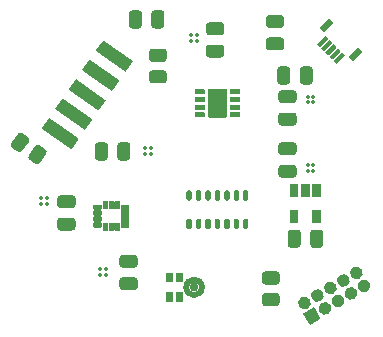
<source format=gbr>
G04 #@! TF.GenerationSoftware,KiCad,Pcbnew,5.1.9-73d0e3b20d~88~ubuntu20.04.1*
G04 #@! TF.CreationDate,2021-03-19T22:30:43+02:00*
G04 #@! TF.ProjectId,nRF5340-Wearable,6e524635-3334-4302-9d57-65617261626c,rev?*
G04 #@! TF.SameCoordinates,Original*
G04 #@! TF.FileFunction,Soldermask,Bot*
G04 #@! TF.FilePolarity,Negative*
%FSLAX46Y46*%
G04 Gerber Fmt 4.6, Leading zero omitted, Abs format (unit mm)*
G04 Created by KiCad (PCBNEW 5.1.9-73d0e3b20d~88~ubuntu20.04.1) date 2021-03-19 22:30:43*
%MOMM*%
%LPD*%
G01*
G04 APERTURE LIST*
%ADD10C,0.500000*%
%ADD11C,0.350000*%
%ADD12C,0.750000*%
G04 APERTURE END LIST*
D10*
X67685500Y-77570000D02*
G75*
G03*
X67685500Y-77570000I-662500J0D01*
G01*
D11*
X62880000Y-65780000D03*
X63380000Y-65780000D03*
X63380000Y-66280000D03*
X62880000Y-66280000D03*
X67230000Y-56230000D03*
X67230000Y-56730000D03*
X66730000Y-56730000D03*
X66730000Y-56230000D03*
X59100000Y-76530000D03*
X59100000Y-76030000D03*
X59600000Y-76030000D03*
X59600000Y-76530000D03*
X54040000Y-70520000D03*
X54040000Y-70020000D03*
X54540000Y-70020000D03*
X54540000Y-70520000D03*
X76630000Y-61420000D03*
X77130000Y-61420000D03*
X77130000Y-61920000D03*
X76630000Y-61920000D03*
X76630000Y-67740000D03*
X76630000Y-67240000D03*
X77130000Y-67240000D03*
X77130000Y-67740000D03*
G36*
G01*
X77434746Y-56938198D02*
X78071142Y-56301802D01*
G75*
G02*
X78141852Y-56301802I35355J-35355D01*
G01*
X78353984Y-56513934D01*
G75*
G02*
X78353984Y-56584644I-35355J-35355D01*
G01*
X77717588Y-57221040D01*
G75*
G02*
X77646878Y-57221040I-35355J35355D01*
G01*
X77434746Y-57008908D01*
G75*
G02*
X77434746Y-56938198I35355J35355D01*
G01*
G37*
G36*
G01*
X77788299Y-57291752D02*
X78424695Y-56655356D01*
G75*
G02*
X78495405Y-56655356I35355J-35355D01*
G01*
X78707537Y-56867488D01*
G75*
G02*
X78707537Y-56938198I-35355J-35355D01*
G01*
X78071141Y-57574594D01*
G75*
G02*
X78000431Y-57574594I-35355J35355D01*
G01*
X77788299Y-57362462D01*
G75*
G02*
X77788299Y-57291752I35355J35355D01*
G01*
G37*
G36*
G01*
X78141853Y-57645305D02*
X78778249Y-57008909D01*
G75*
G02*
X78848959Y-57008909I35355J-35355D01*
G01*
X79061091Y-57221041D01*
G75*
G02*
X79061091Y-57291751I-35355J-35355D01*
G01*
X78424695Y-57928147D01*
G75*
G02*
X78353985Y-57928147I-35355J35355D01*
G01*
X78141853Y-57716015D01*
G75*
G02*
X78141853Y-57645305I35355J35355D01*
G01*
G37*
G36*
G01*
X78495406Y-57998859D02*
X79131802Y-57362463D01*
G75*
G02*
X79202512Y-57362463I35355J-35355D01*
G01*
X79414644Y-57574595D01*
G75*
G02*
X79414644Y-57645305I-35355J-35355D01*
G01*
X78778248Y-58281701D01*
G75*
G02*
X78707538Y-58281701I-35355J35355D01*
G01*
X78495406Y-58069569D01*
G75*
G02*
X78495406Y-57998859I35355J35355D01*
G01*
G37*
G36*
G01*
X78848960Y-58352412D02*
X79485356Y-57716016D01*
G75*
G02*
X79556066Y-57716016I35355J-35355D01*
G01*
X79768198Y-57928148D01*
G75*
G02*
X79768198Y-57998858I-35355J-35355D01*
G01*
X79131802Y-58635254D01*
G75*
G02*
X79061092Y-58635254I-35355J35355D01*
G01*
X78848960Y-58423122D01*
G75*
G02*
X78848960Y-58352412I35355J35355D01*
G01*
G37*
G36*
G01*
X77646878Y-55523985D02*
X78353985Y-54816878D01*
G75*
G02*
X78424695Y-54816878I35355J-35355D01*
G01*
X78792390Y-55184573D01*
G75*
G02*
X78792390Y-55255283I-35355J-35355D01*
G01*
X78085283Y-55962390D01*
G75*
G02*
X78014573Y-55962390I-35355J35355D01*
G01*
X77646878Y-55594695D01*
G75*
G02*
X77646878Y-55523985I35355J35355D01*
G01*
G37*
G36*
G01*
X80107610Y-57984717D02*
X80814717Y-57277610D01*
G75*
G02*
X80885427Y-57277610I35355J-35355D01*
G01*
X81253122Y-57645305D01*
G75*
G02*
X81253122Y-57716015I-35355J-35355D01*
G01*
X80546015Y-58423122D01*
G75*
G02*
X80475305Y-58423122I-35355J35355D01*
G01*
X80107610Y-58055427D01*
G75*
G02*
X80107610Y-57984717I35355J35355D01*
G01*
G37*
G36*
G01*
X75970000Y-60140000D02*
X75970000Y-59140000D01*
G75*
G02*
X76245000Y-58865000I275000J0D01*
G01*
X76795000Y-58865000D01*
G75*
G02*
X77070000Y-59140000I0J-275000D01*
G01*
X77070000Y-60140000D01*
G75*
G02*
X76795000Y-60415000I-275000J0D01*
G01*
X76245000Y-60415000D01*
G75*
G02*
X75970000Y-60140000I0J275000D01*
G01*
G37*
G36*
G01*
X74070000Y-60140000D02*
X74070000Y-59140000D01*
G75*
G02*
X74345000Y-58865000I275000J0D01*
G01*
X74895000Y-58865000D01*
G75*
G02*
X75170000Y-59140000I0J-275000D01*
G01*
X75170000Y-60140000D01*
G75*
G02*
X74895000Y-60415000I-275000J0D01*
G01*
X74345000Y-60415000D01*
G75*
G02*
X74070000Y-60140000I0J275000D01*
G01*
G37*
G36*
G01*
X73370000Y-56420000D02*
X74370000Y-56420000D01*
G75*
G02*
X74645000Y-56695000I0J-275000D01*
G01*
X74645000Y-57245000D01*
G75*
G02*
X74370000Y-57520000I-275000J0D01*
G01*
X73370000Y-57520000D01*
G75*
G02*
X73095000Y-57245000I0J275000D01*
G01*
X73095000Y-56695000D01*
G75*
G02*
X73370000Y-56420000I275000J0D01*
G01*
G37*
G36*
G01*
X73370000Y-54520000D02*
X74370000Y-54520000D01*
G75*
G02*
X74645000Y-54795000I0J-275000D01*
G01*
X74645000Y-55345000D01*
G75*
G02*
X74370000Y-55620000I-275000J0D01*
G01*
X73370000Y-55620000D01*
G75*
G02*
X73095000Y-55345000I0J275000D01*
G01*
X73095000Y-54795000D01*
G75*
G02*
X73370000Y-54520000I275000J0D01*
G01*
G37*
G36*
G01*
X63410000Y-55390000D02*
X63410000Y-54390000D01*
G75*
G02*
X63685000Y-54115000I275000J0D01*
G01*
X64235000Y-54115000D01*
G75*
G02*
X64510000Y-54390000I0J-275000D01*
G01*
X64510000Y-55390000D01*
G75*
G02*
X64235000Y-55665000I-275000J0D01*
G01*
X63685000Y-55665000D01*
G75*
G02*
X63410000Y-55390000I0J275000D01*
G01*
G37*
G36*
G01*
X61510000Y-55390000D02*
X61510000Y-54390000D01*
G75*
G02*
X61785000Y-54115000I275000J0D01*
G01*
X62335000Y-54115000D01*
G75*
G02*
X62610000Y-54390000I0J-275000D01*
G01*
X62610000Y-55390000D01*
G75*
G02*
X62335000Y-55665000I-275000J0D01*
G01*
X61785000Y-55665000D01*
G75*
G02*
X61510000Y-55390000I0J275000D01*
G01*
G37*
G36*
G01*
X57569941Y-59158060D02*
X58143517Y-58338908D01*
G75*
G02*
X58213154Y-58326629I40958J-28679D01*
G01*
X60670610Y-60047359D01*
G75*
G02*
X60682889Y-60116996I-28679J-40958D01*
G01*
X60109313Y-60936148D01*
G75*
G02*
X60039676Y-60948427I-40958J28679D01*
G01*
X57582220Y-59227697D01*
G75*
G02*
X57569941Y-59158060I28679J40958D01*
G01*
G37*
G36*
G01*
X55275635Y-62434668D02*
X55849211Y-61615516D01*
G75*
G02*
X55918848Y-61603237I40958J-28679D01*
G01*
X58376304Y-63323967D01*
G75*
G02*
X58388583Y-63393604I-28679J-40958D01*
G01*
X57815007Y-64212756D01*
G75*
G02*
X57745370Y-64225035I-40958J28679D01*
G01*
X55287914Y-62504305D01*
G75*
G02*
X55275635Y-62434668I28679J40958D01*
G01*
G37*
G36*
G01*
X58717093Y-57519756D02*
X59290669Y-56700604D01*
G75*
G02*
X59360306Y-56688325I40958J-28679D01*
G01*
X61817762Y-58409055D01*
G75*
G02*
X61830041Y-58478692I-28679J-40958D01*
G01*
X61256465Y-59297844D01*
G75*
G02*
X61186828Y-59310123I-40958J28679D01*
G01*
X58729372Y-57589393D01*
G75*
G02*
X58717093Y-57519756I28679J40958D01*
G01*
G37*
G36*
G01*
X56422788Y-60796364D02*
X56996364Y-59977212D01*
G75*
G02*
X57066001Y-59964933I40958J-28679D01*
G01*
X59523457Y-61685663D01*
G75*
G02*
X59535736Y-61755300I-28679J-40958D01*
G01*
X58962160Y-62574452D01*
G75*
G02*
X58892523Y-62586731I-40958J28679D01*
G01*
X56435067Y-60866001D01*
G75*
G02*
X56422788Y-60796364I28679J40958D01*
G01*
G37*
G36*
G01*
X54128482Y-64072972D02*
X54702058Y-63253820D01*
G75*
G02*
X54771695Y-63241541I40958J-28679D01*
G01*
X57229151Y-64962271D01*
G75*
G02*
X57241430Y-65031908I-28679J-40958D01*
G01*
X56667854Y-65851060D01*
G75*
G02*
X56598217Y-65863339I-40958J28679D01*
G01*
X54140761Y-64142609D01*
G75*
G02*
X54128482Y-64072972I28679J40958D01*
G01*
G37*
G36*
G01*
X73995612Y-77350000D02*
X73044388Y-77350000D01*
G75*
G02*
X72770000Y-77075612I0J274388D01*
G01*
X72770000Y-76499388D01*
G75*
G02*
X73044388Y-76225000I274388J0D01*
G01*
X73995612Y-76225000D01*
G75*
G02*
X74270000Y-76499388I0J-274388D01*
G01*
X74270000Y-77075612D01*
G75*
G02*
X73995612Y-77350000I-274388J0D01*
G01*
G37*
G36*
G01*
X73995612Y-79175000D02*
X73044388Y-79175000D01*
G75*
G02*
X72770000Y-78900612I0J274388D01*
G01*
X72770000Y-78324388D01*
G75*
G02*
X73044388Y-78050000I274388J0D01*
G01*
X73995612Y-78050000D01*
G75*
G02*
X74270000Y-78324388I0J-274388D01*
G01*
X74270000Y-78900612D01*
G75*
G02*
X73995612Y-79175000I-274388J0D01*
G01*
G37*
G36*
G01*
X60530000Y-66570000D02*
X60530000Y-65570000D01*
G75*
G02*
X60805000Y-65295000I275000J0D01*
G01*
X61355000Y-65295000D01*
G75*
G02*
X61630000Y-65570000I0J-275000D01*
G01*
X61630000Y-66570000D01*
G75*
G02*
X61355000Y-66845000I-275000J0D01*
G01*
X60805000Y-66845000D01*
G75*
G02*
X60530000Y-66570000I0J275000D01*
G01*
G37*
G36*
G01*
X58630000Y-66570000D02*
X58630000Y-65570000D01*
G75*
G02*
X58905000Y-65295000I275000J0D01*
G01*
X59455000Y-65295000D01*
G75*
G02*
X59730000Y-65570000I0J-275000D01*
G01*
X59730000Y-66570000D01*
G75*
G02*
X59455000Y-66845000I-275000J0D01*
G01*
X58905000Y-66845000D01*
G75*
G02*
X58630000Y-66570000I0J275000D01*
G01*
G37*
G36*
G01*
X63484388Y-59190000D02*
X64435612Y-59190000D01*
G75*
G02*
X64710000Y-59464388I0J-274388D01*
G01*
X64710000Y-60040612D01*
G75*
G02*
X64435612Y-60315000I-274388J0D01*
G01*
X63484388Y-60315000D01*
G75*
G02*
X63210000Y-60040612I0J274388D01*
G01*
X63210000Y-59464388D01*
G75*
G02*
X63484388Y-59190000I274388J0D01*
G01*
G37*
G36*
G01*
X63484388Y-57365000D02*
X64435612Y-57365000D01*
G75*
G02*
X64710000Y-57639388I0J-274388D01*
G01*
X64710000Y-58215612D01*
G75*
G02*
X64435612Y-58490000I-274388J0D01*
G01*
X63484388Y-58490000D01*
G75*
G02*
X63210000Y-58215612I0J274388D01*
G01*
X63210000Y-57639388D01*
G75*
G02*
X63484388Y-57365000I274388J0D01*
G01*
G37*
G36*
G01*
X53006096Y-65229650D02*
X52460497Y-66008847D01*
G75*
G02*
X52078350Y-66076230I-224765J157382D01*
G01*
X51606335Y-65745721D01*
G75*
G02*
X51538952Y-65363574I157382J224765D01*
G01*
X52084551Y-64584377D01*
G75*
G02*
X52466698Y-64516994I224765J-157382D01*
G01*
X52938713Y-64847503D01*
G75*
G02*
X53006096Y-65229650I-157382J-224765D01*
G01*
G37*
G36*
G01*
X54501048Y-66276426D02*
X53955449Y-67055623D01*
G75*
G02*
X53573302Y-67123006I-224765J157382D01*
G01*
X53101287Y-66792497D01*
G75*
G02*
X53033904Y-66410350I157382J224765D01*
G01*
X53579503Y-65631153D01*
G75*
G02*
X53961650Y-65563770I224765J-157382D01*
G01*
X54433665Y-65894279D01*
G75*
G02*
X54501048Y-66276426I-157382J-224765D01*
G01*
G37*
G36*
G01*
X60735000Y-72145000D02*
X60735000Y-72755000D01*
G75*
G02*
X60685000Y-72805000I-50000J0D01*
G01*
X60335000Y-72805000D01*
G75*
G02*
X60285000Y-72755000I0J50000D01*
G01*
X60285000Y-72145000D01*
G75*
G02*
X60335000Y-72095000I50000J0D01*
G01*
X60685000Y-72095000D01*
G75*
G02*
X60735000Y-72145000I0J-50000D01*
G01*
G37*
G36*
G01*
X60235000Y-72145000D02*
X60235000Y-72755000D01*
G75*
G02*
X60185000Y-72805000I-50000J0D01*
G01*
X59835000Y-72805000D01*
G75*
G02*
X59785000Y-72755000I0J50000D01*
G01*
X59785000Y-72145000D01*
G75*
G02*
X59835000Y-72095000I50000J0D01*
G01*
X60185000Y-72095000D01*
G75*
G02*
X60235000Y-72145000I0J-50000D01*
G01*
G37*
G36*
G01*
X59735000Y-72145000D02*
X59735000Y-72755000D01*
G75*
G02*
X59685000Y-72805000I-50000J0D01*
G01*
X59335000Y-72805000D01*
G75*
G02*
X59285000Y-72755000I0J50000D01*
G01*
X59285000Y-72145000D01*
G75*
G02*
X59335000Y-72095000I50000J0D01*
G01*
X59685000Y-72095000D01*
G75*
G02*
X59735000Y-72145000I0J-50000D01*
G01*
G37*
G36*
G01*
X59205000Y-72115000D02*
X59205000Y-72465000D01*
G75*
G02*
X59155000Y-72515000I-50000J0D01*
G01*
X58545000Y-72515000D01*
G75*
G02*
X58495000Y-72465000I0J50000D01*
G01*
X58495000Y-72115000D01*
G75*
G02*
X58545000Y-72065000I50000J0D01*
G01*
X59155000Y-72065000D01*
G75*
G02*
X59205000Y-72115000I0J-50000D01*
G01*
G37*
G36*
G01*
X59205000Y-71615000D02*
X59205000Y-71965000D01*
G75*
G02*
X59155000Y-72015000I-50000J0D01*
G01*
X58545000Y-72015000D01*
G75*
G02*
X58495000Y-71965000I0J50000D01*
G01*
X58495000Y-71615000D01*
G75*
G02*
X58545000Y-71565000I50000J0D01*
G01*
X59155000Y-71565000D01*
G75*
G02*
X59205000Y-71615000I0J-50000D01*
G01*
G37*
G36*
G01*
X59205000Y-71115000D02*
X59205000Y-71465000D01*
G75*
G02*
X59155000Y-71515000I-50000J0D01*
G01*
X58545000Y-71515000D01*
G75*
G02*
X58495000Y-71465000I0J50000D01*
G01*
X58495000Y-71115000D01*
G75*
G02*
X58545000Y-71065000I50000J0D01*
G01*
X59155000Y-71065000D01*
G75*
G02*
X59205000Y-71115000I0J-50000D01*
G01*
G37*
G36*
G01*
X59205000Y-70615000D02*
X59205000Y-70965000D01*
G75*
G02*
X59155000Y-71015000I-50000J0D01*
G01*
X58545000Y-71015000D01*
G75*
G02*
X58495000Y-70965000I0J50000D01*
G01*
X58495000Y-70615000D01*
G75*
G02*
X58545000Y-70565000I50000J0D01*
G01*
X59155000Y-70565000D01*
G75*
G02*
X59205000Y-70615000I0J-50000D01*
G01*
G37*
G36*
G01*
X59735000Y-70325000D02*
X59735000Y-70935000D01*
G75*
G02*
X59685000Y-70985000I-50000J0D01*
G01*
X59335000Y-70985000D01*
G75*
G02*
X59285000Y-70935000I0J50000D01*
G01*
X59285000Y-70325000D01*
G75*
G02*
X59335000Y-70275000I50000J0D01*
G01*
X59685000Y-70275000D01*
G75*
G02*
X59735000Y-70325000I0J-50000D01*
G01*
G37*
G36*
G01*
X60235000Y-70325000D02*
X60235000Y-70935000D01*
G75*
G02*
X60185000Y-70985000I-50000J0D01*
G01*
X59835000Y-70985000D01*
G75*
G02*
X59785000Y-70935000I0J50000D01*
G01*
X59785000Y-70325000D01*
G75*
G02*
X59835000Y-70275000I50000J0D01*
G01*
X60185000Y-70275000D01*
G75*
G02*
X60235000Y-70325000I0J-50000D01*
G01*
G37*
G36*
G01*
X60735000Y-70325000D02*
X60735000Y-70935000D01*
G75*
G02*
X60685000Y-70985000I-50000J0D01*
G01*
X60335000Y-70985000D01*
G75*
G02*
X60285000Y-70935000I0J50000D01*
G01*
X60285000Y-70325000D01*
G75*
G02*
X60335000Y-70275000I50000J0D01*
G01*
X60685000Y-70275000D01*
G75*
G02*
X60735000Y-70325000I0J-50000D01*
G01*
G37*
G36*
G01*
X61525000Y-70615000D02*
X61525000Y-70965000D01*
G75*
G02*
X61475000Y-71015000I-50000J0D01*
G01*
X60865000Y-71015000D01*
G75*
G02*
X60815000Y-70965000I0J50000D01*
G01*
X60815000Y-70615000D01*
G75*
G02*
X60865000Y-70565000I50000J0D01*
G01*
X61475000Y-70565000D01*
G75*
G02*
X61525000Y-70615000I0J-50000D01*
G01*
G37*
G36*
G01*
X61525000Y-71115000D02*
X61525000Y-71465000D01*
G75*
G02*
X61475000Y-71515000I-50000J0D01*
G01*
X60865000Y-71515000D01*
G75*
G02*
X60815000Y-71465000I0J50000D01*
G01*
X60815000Y-71115000D01*
G75*
G02*
X60865000Y-71065000I50000J0D01*
G01*
X61475000Y-71065000D01*
G75*
G02*
X61525000Y-71115000I0J-50000D01*
G01*
G37*
G36*
G01*
X61525000Y-71615000D02*
X61525000Y-71965000D01*
G75*
G02*
X61475000Y-72015000I-50000J0D01*
G01*
X60865000Y-72015000D01*
G75*
G02*
X60815000Y-71965000I0J50000D01*
G01*
X60815000Y-71615000D01*
G75*
G02*
X60865000Y-71565000I50000J0D01*
G01*
X61475000Y-71565000D01*
G75*
G02*
X61525000Y-71615000I0J-50000D01*
G01*
G37*
G36*
G01*
X61525000Y-72115000D02*
X61525000Y-72465000D01*
G75*
G02*
X61475000Y-72515000I-50000J0D01*
G01*
X60865000Y-72515000D01*
G75*
G02*
X60815000Y-72465000I0J50000D01*
G01*
X60815000Y-72115000D01*
G75*
G02*
X60865000Y-72065000I50000J0D01*
G01*
X61475000Y-72065000D01*
G75*
G02*
X61525000Y-72115000I0J-50000D01*
G01*
G37*
G36*
G01*
X64688000Y-76320000D02*
X65210000Y-76320000D01*
G75*
G02*
X65260000Y-76370000I0J-50000D01*
G01*
X65260000Y-77095000D01*
G75*
G02*
X65210000Y-77145000I-50000J0D01*
G01*
X64688000Y-77145000D01*
G75*
G02*
X64638000Y-77095000I0J50000D01*
G01*
X64638000Y-76370000D01*
G75*
G02*
X64688000Y-76320000I50000J0D01*
G01*
G37*
G36*
G01*
X65510000Y-76320000D02*
X66032000Y-76320000D01*
G75*
G02*
X66082000Y-76370000I0J-50000D01*
G01*
X66082000Y-77095000D01*
G75*
G02*
X66032000Y-77145000I-50000J0D01*
G01*
X65510000Y-77145000D01*
G75*
G02*
X65460000Y-77095000I0J50000D01*
G01*
X65460000Y-76370000D01*
G75*
G02*
X65510000Y-76320000I50000J0D01*
G01*
G37*
G36*
G01*
X65510000Y-77995000D02*
X66032000Y-77995000D01*
G75*
G02*
X66082000Y-78045000I0J-50000D01*
G01*
X66082000Y-78770000D01*
G75*
G02*
X66032000Y-78820000I-50000J0D01*
G01*
X65510000Y-78820000D01*
G75*
G02*
X65460000Y-78770000I0J50000D01*
G01*
X65460000Y-78045000D01*
G75*
G02*
X65510000Y-77995000I50000J0D01*
G01*
G37*
G36*
G01*
X64688000Y-77995000D02*
X65210000Y-77995000D01*
G75*
G02*
X65260000Y-78045000I0J-50000D01*
G01*
X65260000Y-78770000D01*
G75*
G02*
X65210000Y-78820000I-50000J0D01*
G01*
X64688000Y-78820000D01*
G75*
G02*
X64638000Y-78770000I0J50000D01*
G01*
X64638000Y-78045000D01*
G75*
G02*
X64688000Y-77995000I50000J0D01*
G01*
G37*
D12*
X67023000Y-77570000D03*
G36*
G01*
X68300000Y-57030000D02*
X69300000Y-57030000D01*
G75*
G02*
X69575000Y-57305000I0J-275000D01*
G01*
X69575000Y-57855000D01*
G75*
G02*
X69300000Y-58130000I-275000J0D01*
G01*
X68300000Y-58130000D01*
G75*
G02*
X68025000Y-57855000I0J275000D01*
G01*
X68025000Y-57305000D01*
G75*
G02*
X68300000Y-57030000I275000J0D01*
G01*
G37*
G36*
G01*
X68300000Y-55130000D02*
X69300000Y-55130000D01*
G75*
G02*
X69575000Y-55405000I0J-275000D01*
G01*
X69575000Y-55955000D01*
G75*
G02*
X69300000Y-56230000I-275000J0D01*
G01*
X68300000Y-56230000D01*
G75*
G02*
X68025000Y-55955000I0J275000D01*
G01*
X68025000Y-55405000D01*
G75*
G02*
X68300000Y-55130000I275000J0D01*
G01*
G37*
G36*
G01*
X76850000Y-73960000D02*
X76850000Y-72960000D01*
G75*
G02*
X77125000Y-72685000I275000J0D01*
G01*
X77675000Y-72685000D01*
G75*
G02*
X77950000Y-72960000I0J-275000D01*
G01*
X77950000Y-73960000D01*
G75*
G02*
X77675000Y-74235000I-275000J0D01*
G01*
X77125000Y-74235000D01*
G75*
G02*
X76850000Y-73960000I0J275000D01*
G01*
G37*
G36*
G01*
X74950000Y-73960000D02*
X74950000Y-72960000D01*
G75*
G02*
X75225000Y-72685000I275000J0D01*
G01*
X75775000Y-72685000D01*
G75*
G02*
X76050000Y-72960000I0J-275000D01*
G01*
X76050000Y-73960000D01*
G75*
G02*
X75775000Y-74235000I-275000J0D01*
G01*
X75225000Y-74235000D01*
G75*
G02*
X74950000Y-73960000I0J275000D01*
G01*
G37*
G36*
G01*
X61976000Y-75924000D02*
X60976000Y-75924000D01*
G75*
G02*
X60701000Y-75649000I0J275000D01*
G01*
X60701000Y-75099000D01*
G75*
G02*
X60976000Y-74824000I275000J0D01*
G01*
X61976000Y-74824000D01*
G75*
G02*
X62251000Y-75099000I0J-275000D01*
G01*
X62251000Y-75649000D01*
G75*
G02*
X61976000Y-75924000I-275000J0D01*
G01*
G37*
G36*
G01*
X61976000Y-77824000D02*
X60976000Y-77824000D01*
G75*
G02*
X60701000Y-77549000I0J275000D01*
G01*
X60701000Y-76999000D01*
G75*
G02*
X60976000Y-76724000I275000J0D01*
G01*
X61976000Y-76724000D01*
G75*
G02*
X62251000Y-76999000I0J-275000D01*
G01*
X62251000Y-77549000D01*
G75*
G02*
X61976000Y-77824000I-275000J0D01*
G01*
G37*
G36*
G01*
X55710000Y-71670000D02*
X56710000Y-71670000D01*
G75*
G02*
X56985000Y-71945000I0J-275000D01*
G01*
X56985000Y-72495000D01*
G75*
G02*
X56710000Y-72770000I-275000J0D01*
G01*
X55710000Y-72770000D01*
G75*
G02*
X55435000Y-72495000I0J275000D01*
G01*
X55435000Y-71945000D01*
G75*
G02*
X55710000Y-71670000I275000J0D01*
G01*
G37*
G36*
G01*
X55710000Y-69770000D02*
X56710000Y-69770000D01*
G75*
G02*
X56985000Y-70045000I0J-275000D01*
G01*
X56985000Y-70595000D01*
G75*
G02*
X56710000Y-70870000I-275000J0D01*
G01*
X55710000Y-70870000D01*
G75*
G02*
X55435000Y-70595000I0J275000D01*
G01*
X55435000Y-70045000D01*
G75*
G02*
X55710000Y-69770000I275000J0D01*
G01*
G37*
G36*
G01*
X74430000Y-62780000D02*
X75430000Y-62780000D01*
G75*
G02*
X75705000Y-63055000I0J-275000D01*
G01*
X75705000Y-63605000D01*
G75*
G02*
X75430000Y-63880000I-275000J0D01*
G01*
X74430000Y-63880000D01*
G75*
G02*
X74155000Y-63605000I0J275000D01*
G01*
X74155000Y-63055000D01*
G75*
G02*
X74430000Y-62780000I275000J0D01*
G01*
G37*
G36*
G01*
X74430000Y-60880000D02*
X75430000Y-60880000D01*
G75*
G02*
X75705000Y-61155000I0J-275000D01*
G01*
X75705000Y-61705000D01*
G75*
G02*
X75430000Y-61980000I-275000J0D01*
G01*
X74430000Y-61980000D01*
G75*
G02*
X74155000Y-61705000I0J275000D01*
G01*
X74155000Y-61155000D01*
G75*
G02*
X74430000Y-60880000I275000J0D01*
G01*
G37*
G36*
G01*
X75430000Y-66400000D02*
X74430000Y-66400000D01*
G75*
G02*
X74155000Y-66125000I0J275000D01*
G01*
X74155000Y-65575000D01*
G75*
G02*
X74430000Y-65300000I275000J0D01*
G01*
X75430000Y-65300000D01*
G75*
G02*
X75705000Y-65575000I0J-275000D01*
G01*
X75705000Y-66125000D01*
G75*
G02*
X75430000Y-66400000I-275000J0D01*
G01*
G37*
G36*
G01*
X75430000Y-68300000D02*
X74430000Y-68300000D01*
G75*
G02*
X74155000Y-68025000I0J275000D01*
G01*
X74155000Y-67475000D01*
G75*
G02*
X74430000Y-67200000I275000J0D01*
G01*
X75430000Y-67200000D01*
G75*
G02*
X75705000Y-67475000I0J-275000D01*
G01*
X75705000Y-68025000D01*
G75*
G02*
X75430000Y-68300000I-275000J0D01*
G01*
G37*
G36*
G01*
X75155000Y-71000000D02*
X75805000Y-71000000D01*
G75*
G02*
X75855000Y-71050000I0J-50000D01*
G01*
X75855000Y-72110000D01*
G75*
G02*
X75805000Y-72160000I-50000J0D01*
G01*
X75155000Y-72160000D01*
G75*
G02*
X75105000Y-72110000I0J50000D01*
G01*
X75105000Y-71050000D01*
G75*
G02*
X75155000Y-71000000I50000J0D01*
G01*
G37*
G36*
G01*
X77055000Y-71000000D02*
X77705000Y-71000000D01*
G75*
G02*
X77755000Y-71050000I0J-50000D01*
G01*
X77755000Y-72110000D01*
G75*
G02*
X77705000Y-72160000I-50000J0D01*
G01*
X77055000Y-72160000D01*
G75*
G02*
X77005000Y-72110000I0J50000D01*
G01*
X77005000Y-71050000D01*
G75*
G02*
X77055000Y-71000000I50000J0D01*
G01*
G37*
G36*
G01*
X77055000Y-68800000D02*
X77705000Y-68800000D01*
G75*
G02*
X77755000Y-68850000I0J-50000D01*
G01*
X77755000Y-69910000D01*
G75*
G02*
X77705000Y-69960000I-50000J0D01*
G01*
X77055000Y-69960000D01*
G75*
G02*
X77005000Y-69910000I0J50000D01*
G01*
X77005000Y-68850000D01*
G75*
G02*
X77055000Y-68800000I50000J0D01*
G01*
G37*
G36*
G01*
X76105000Y-68800000D02*
X76755000Y-68800000D01*
G75*
G02*
X76805000Y-68850000I0J-50000D01*
G01*
X76805000Y-69910000D01*
G75*
G02*
X76755000Y-69960000I-50000J0D01*
G01*
X76105000Y-69960000D01*
G75*
G02*
X76055000Y-69910000I0J50000D01*
G01*
X76055000Y-68850000D01*
G75*
G02*
X76105000Y-68800000I50000J0D01*
G01*
G37*
G36*
G01*
X75155000Y-68800000D02*
X75805000Y-68800000D01*
G75*
G02*
X75855000Y-68850000I0J-50000D01*
G01*
X75855000Y-69910000D01*
G75*
G02*
X75805000Y-69960000I-50000J0D01*
G01*
X75155000Y-69960000D01*
G75*
G02*
X75105000Y-69910000I0J50000D01*
G01*
X75105000Y-68850000D01*
G75*
G02*
X75155000Y-68800000I50000J0D01*
G01*
G37*
G36*
G01*
X67085000Y-63135000D02*
X67085000Y-62815000D01*
G75*
G02*
X67135000Y-62765000I50000J0D01*
G01*
X67895000Y-62765000D01*
G75*
G02*
X67945000Y-62815000I0J-50000D01*
G01*
X67945000Y-63135000D01*
G75*
G02*
X67895000Y-63185000I-50000J0D01*
G01*
X67135000Y-63185000D01*
G75*
G02*
X67085000Y-63135000I0J50000D01*
G01*
G37*
G36*
G01*
X67085000Y-62485000D02*
X67085000Y-62165000D01*
G75*
G02*
X67135000Y-62115000I50000J0D01*
G01*
X67895000Y-62115000D01*
G75*
G02*
X67945000Y-62165000I0J-50000D01*
G01*
X67945000Y-62485000D01*
G75*
G02*
X67895000Y-62535000I-50000J0D01*
G01*
X67135000Y-62535000D01*
G75*
G02*
X67085000Y-62485000I0J50000D01*
G01*
G37*
G36*
G01*
X67085000Y-61835000D02*
X67085000Y-61515000D01*
G75*
G02*
X67135000Y-61465000I50000J0D01*
G01*
X67895000Y-61465000D01*
G75*
G02*
X67945000Y-61515000I0J-50000D01*
G01*
X67945000Y-61835000D01*
G75*
G02*
X67895000Y-61885000I-50000J0D01*
G01*
X67135000Y-61885000D01*
G75*
G02*
X67085000Y-61835000I0J50000D01*
G01*
G37*
G36*
G01*
X67085000Y-61185000D02*
X67085000Y-60865000D01*
G75*
G02*
X67135000Y-60815000I50000J0D01*
G01*
X67895000Y-60815000D01*
G75*
G02*
X67945000Y-60865000I0J-50000D01*
G01*
X67945000Y-61185000D01*
G75*
G02*
X67895000Y-61235000I-50000J0D01*
G01*
X67135000Y-61235000D01*
G75*
G02*
X67085000Y-61185000I0J50000D01*
G01*
G37*
G36*
G01*
X70055000Y-61185000D02*
X70055000Y-60865000D01*
G75*
G02*
X70105000Y-60815000I50000J0D01*
G01*
X70865000Y-60815000D01*
G75*
G02*
X70915000Y-60865000I0J-50000D01*
G01*
X70915000Y-61185000D01*
G75*
G02*
X70865000Y-61235000I-50000J0D01*
G01*
X70105000Y-61235000D01*
G75*
G02*
X70055000Y-61185000I0J50000D01*
G01*
G37*
G36*
G01*
X70055000Y-61835000D02*
X70055000Y-61515000D01*
G75*
G02*
X70105000Y-61465000I50000J0D01*
G01*
X70865000Y-61465000D01*
G75*
G02*
X70915000Y-61515000I0J-50000D01*
G01*
X70915000Y-61835000D01*
G75*
G02*
X70865000Y-61885000I-50000J0D01*
G01*
X70105000Y-61885000D01*
G75*
G02*
X70055000Y-61835000I0J50000D01*
G01*
G37*
G36*
G01*
X70055000Y-62485000D02*
X70055000Y-62165000D01*
G75*
G02*
X70105000Y-62115000I50000J0D01*
G01*
X70865000Y-62115000D01*
G75*
G02*
X70915000Y-62165000I0J-50000D01*
G01*
X70915000Y-62485000D01*
G75*
G02*
X70865000Y-62535000I-50000J0D01*
G01*
X70105000Y-62535000D01*
G75*
G02*
X70055000Y-62485000I0J50000D01*
G01*
G37*
G36*
G01*
X70055000Y-63135000D02*
X70055000Y-62815000D01*
G75*
G02*
X70105000Y-62765000I50000J0D01*
G01*
X70865000Y-62765000D01*
G75*
G02*
X70915000Y-62815000I0J-50000D01*
G01*
X70915000Y-63135000D01*
G75*
G02*
X70865000Y-63185000I-50000J0D01*
G01*
X70105000Y-63185000D01*
G75*
G02*
X70055000Y-63135000I0J50000D01*
G01*
G37*
G36*
G01*
X68200000Y-63150000D02*
X68200000Y-60850000D01*
G75*
G02*
X68250000Y-60800000I50000J0D01*
G01*
X69750000Y-60800000D01*
G75*
G02*
X69800000Y-60850000I0J-50000D01*
G01*
X69800000Y-63150000D01*
G75*
G02*
X69750000Y-63200000I-50000J0D01*
G01*
X68250000Y-63200000D01*
G75*
G02*
X68200000Y-63150000I0J50000D01*
G01*
G37*
G36*
G01*
X81039409Y-76836462D02*
X81039409Y-76836462D01*
G75*
G02*
X80288095Y-76635148I-275000J476314D01*
G01*
X80288095Y-76635148D01*
G75*
G02*
X80489409Y-75883834I476314J275000D01*
G01*
X80489409Y-75883834D01*
G75*
G02*
X81240723Y-76085148I275000J-476314D01*
G01*
X81240723Y-76085148D01*
G75*
G02*
X81039409Y-76836462I-476314J-275000D01*
G01*
G37*
G36*
G01*
X81674409Y-77936314D02*
X81674409Y-77936314D01*
G75*
G02*
X80923095Y-77735000I-275000J476314D01*
G01*
X80923095Y-77735000D01*
G75*
G02*
X81124409Y-76983686I476314J275000D01*
G01*
X81124409Y-76983686D01*
G75*
G02*
X81875723Y-77185000I275000J-476314D01*
G01*
X81875723Y-77185000D01*
G75*
G02*
X81674409Y-77936314I-476314J-275000D01*
G01*
G37*
G36*
G01*
X79939557Y-77471462D02*
X79939557Y-77471462D01*
G75*
G02*
X79188243Y-77270148I-275000J476314D01*
G01*
X79188243Y-77270148D01*
G75*
G02*
X79389557Y-76518834I476314J275000D01*
G01*
X79389557Y-76518834D01*
G75*
G02*
X80140871Y-76720148I275000J-476314D01*
G01*
X80140871Y-76720148D01*
G75*
G02*
X79939557Y-77471462I-476314J-275000D01*
G01*
G37*
G36*
G01*
X80574557Y-78571314D02*
X80574557Y-78571314D01*
G75*
G02*
X79823243Y-78370000I-275000J476314D01*
G01*
X79823243Y-78370000D01*
G75*
G02*
X80024557Y-77618686I476314J275000D01*
G01*
X80024557Y-77618686D01*
G75*
G02*
X80775871Y-77820000I275000J-476314D01*
G01*
X80775871Y-77820000D01*
G75*
G02*
X80574557Y-78571314I-476314J-275000D01*
G01*
G37*
G36*
G01*
X78839705Y-78106462D02*
X78839705Y-78106462D01*
G75*
G02*
X78088391Y-77905148I-275000J476314D01*
G01*
X78088391Y-77905148D01*
G75*
G02*
X78289705Y-77153834I476314J275000D01*
G01*
X78289705Y-77153834D01*
G75*
G02*
X79041019Y-77355148I275000J-476314D01*
G01*
X79041019Y-77355148D01*
G75*
G02*
X78839705Y-78106462I-476314J-275000D01*
G01*
G37*
G36*
G01*
X79474705Y-79206314D02*
X79474705Y-79206314D01*
G75*
G02*
X78723391Y-79005000I-275000J476314D01*
G01*
X78723391Y-79005000D01*
G75*
G02*
X78924705Y-78253686I476314J275000D01*
G01*
X78924705Y-78253686D01*
G75*
G02*
X79676019Y-78455000I275000J-476314D01*
G01*
X79676019Y-78455000D01*
G75*
G02*
X79474705Y-79206314I-476314J-275000D01*
G01*
G37*
G36*
G01*
X77739852Y-78741462D02*
X77739852Y-78741462D01*
G75*
G02*
X76988538Y-78540148I-275000J476314D01*
G01*
X76988538Y-78540148D01*
G75*
G02*
X77189852Y-77788834I476314J275000D01*
G01*
X77189852Y-77788834D01*
G75*
G02*
X77941166Y-77990148I275000J-476314D01*
G01*
X77941166Y-77990148D01*
G75*
G02*
X77739852Y-78741462I-476314J-275000D01*
G01*
G37*
G36*
G01*
X78374852Y-79841314D02*
X78374852Y-79841314D01*
G75*
G02*
X77623538Y-79640000I-275000J476314D01*
G01*
X77623538Y-79640000D01*
G75*
G02*
X77824852Y-78888686I476314J275000D01*
G01*
X77824852Y-78888686D01*
G75*
G02*
X78576166Y-79090000I275000J-476314D01*
G01*
X78576166Y-79090000D01*
G75*
G02*
X78374852Y-79841314I-476314J-275000D01*
G01*
G37*
G36*
G01*
X76640000Y-79376462D02*
X76640000Y-79376462D01*
G75*
G02*
X75888686Y-79175148I-275000J476314D01*
G01*
X75888686Y-79175148D01*
G75*
G02*
X76090000Y-78423834I476314J275000D01*
G01*
X76090000Y-78423834D01*
G75*
G02*
X76841314Y-78625148I275000J-476314D01*
G01*
X76841314Y-78625148D01*
G75*
G02*
X76640000Y-79376462I-476314J-275000D01*
G01*
G37*
G36*
G01*
X77708013Y-80226314D02*
X76841987Y-80726314D01*
G75*
G02*
X76773686Y-80708013I-25000J43301D01*
G01*
X76273686Y-79841987D01*
G75*
G02*
X76291987Y-79773686I43301J25000D01*
G01*
X77158013Y-79273686D01*
G75*
G02*
X77226314Y-79291987I25000J-43301D01*
G01*
X77726314Y-80158013D01*
G75*
G02*
X77708013Y-80226314I-43301J-25000D01*
G01*
G37*
G36*
G01*
X66487500Y-71775000D02*
X66712500Y-71775000D01*
G75*
G02*
X66825000Y-71887500I0J-112500D01*
G01*
X66825000Y-72512500D01*
G75*
G02*
X66712500Y-72625000I-112500J0D01*
G01*
X66487500Y-72625000D01*
G75*
G02*
X66375000Y-72512500I0J112500D01*
G01*
X66375000Y-71887500D01*
G75*
G02*
X66487500Y-71775000I112500J0D01*
G01*
G37*
G36*
G01*
X67287500Y-71775000D02*
X67512500Y-71775000D01*
G75*
G02*
X67625000Y-71887500I0J-112500D01*
G01*
X67625000Y-72512500D01*
G75*
G02*
X67512500Y-72625000I-112500J0D01*
G01*
X67287500Y-72625000D01*
G75*
G02*
X67175000Y-72512500I0J112500D01*
G01*
X67175000Y-71887500D01*
G75*
G02*
X67287500Y-71775000I112500J0D01*
G01*
G37*
G36*
G01*
X68087500Y-71775000D02*
X68312500Y-71775000D01*
G75*
G02*
X68425000Y-71887500I0J-112500D01*
G01*
X68425000Y-72512500D01*
G75*
G02*
X68312500Y-72625000I-112500J0D01*
G01*
X68087500Y-72625000D01*
G75*
G02*
X67975000Y-72512500I0J112500D01*
G01*
X67975000Y-71887500D01*
G75*
G02*
X68087500Y-71775000I112500J0D01*
G01*
G37*
G36*
G01*
X68887500Y-71775000D02*
X69112500Y-71775000D01*
G75*
G02*
X69225000Y-71887500I0J-112500D01*
G01*
X69225000Y-72512500D01*
G75*
G02*
X69112500Y-72625000I-112500J0D01*
G01*
X68887500Y-72625000D01*
G75*
G02*
X68775000Y-72512500I0J112500D01*
G01*
X68775000Y-71887500D01*
G75*
G02*
X68887500Y-71775000I112500J0D01*
G01*
G37*
G36*
G01*
X69687500Y-71775000D02*
X69912500Y-71775000D01*
G75*
G02*
X70025000Y-71887500I0J-112500D01*
G01*
X70025000Y-72512500D01*
G75*
G02*
X69912500Y-72625000I-112500J0D01*
G01*
X69687500Y-72625000D01*
G75*
G02*
X69575000Y-72512500I0J112500D01*
G01*
X69575000Y-71887500D01*
G75*
G02*
X69687500Y-71775000I112500J0D01*
G01*
G37*
G36*
G01*
X70487500Y-71775000D02*
X70712500Y-71775000D01*
G75*
G02*
X70825000Y-71887500I0J-112500D01*
G01*
X70825000Y-72512500D01*
G75*
G02*
X70712500Y-72625000I-112500J0D01*
G01*
X70487500Y-72625000D01*
G75*
G02*
X70375000Y-72512500I0J112500D01*
G01*
X70375000Y-71887500D01*
G75*
G02*
X70487500Y-71775000I112500J0D01*
G01*
G37*
G36*
G01*
X71287500Y-71775000D02*
X71512500Y-71775000D01*
G75*
G02*
X71625000Y-71887500I0J-112500D01*
G01*
X71625000Y-72512500D01*
G75*
G02*
X71512500Y-72625000I-112500J0D01*
G01*
X71287500Y-72625000D01*
G75*
G02*
X71175000Y-72512500I0J112500D01*
G01*
X71175000Y-71887500D01*
G75*
G02*
X71287500Y-71775000I112500J0D01*
G01*
G37*
G36*
G01*
X71287500Y-69375000D02*
X71512500Y-69375000D01*
G75*
G02*
X71625000Y-69487500I0J-112500D01*
G01*
X71625000Y-70112500D01*
G75*
G02*
X71512500Y-70225000I-112500J0D01*
G01*
X71287500Y-70225000D01*
G75*
G02*
X71175000Y-70112500I0J112500D01*
G01*
X71175000Y-69487500D01*
G75*
G02*
X71287500Y-69375000I112500J0D01*
G01*
G37*
G36*
G01*
X70487500Y-69375000D02*
X70712500Y-69375000D01*
G75*
G02*
X70825000Y-69487500I0J-112500D01*
G01*
X70825000Y-70112500D01*
G75*
G02*
X70712500Y-70225000I-112500J0D01*
G01*
X70487500Y-70225000D01*
G75*
G02*
X70375000Y-70112500I0J112500D01*
G01*
X70375000Y-69487500D01*
G75*
G02*
X70487500Y-69375000I112500J0D01*
G01*
G37*
G36*
G01*
X69687500Y-69375000D02*
X69912500Y-69375000D01*
G75*
G02*
X70025000Y-69487500I0J-112500D01*
G01*
X70025000Y-70112500D01*
G75*
G02*
X69912500Y-70225000I-112500J0D01*
G01*
X69687500Y-70225000D01*
G75*
G02*
X69575000Y-70112500I0J112500D01*
G01*
X69575000Y-69487500D01*
G75*
G02*
X69687500Y-69375000I112500J0D01*
G01*
G37*
G36*
G01*
X68887500Y-69375000D02*
X69112500Y-69375000D01*
G75*
G02*
X69225000Y-69487500I0J-112500D01*
G01*
X69225000Y-70112500D01*
G75*
G02*
X69112500Y-70225000I-112500J0D01*
G01*
X68887500Y-70225000D01*
G75*
G02*
X68775000Y-70112500I0J112500D01*
G01*
X68775000Y-69487500D01*
G75*
G02*
X68887500Y-69375000I112500J0D01*
G01*
G37*
G36*
G01*
X68087500Y-69375000D02*
X68312500Y-69375000D01*
G75*
G02*
X68425000Y-69487500I0J-112500D01*
G01*
X68425000Y-70112500D01*
G75*
G02*
X68312500Y-70225000I-112500J0D01*
G01*
X68087500Y-70225000D01*
G75*
G02*
X67975000Y-70112500I0J112500D01*
G01*
X67975000Y-69487500D01*
G75*
G02*
X68087500Y-69375000I112500J0D01*
G01*
G37*
G36*
G01*
X67287500Y-69375000D02*
X67512500Y-69375000D01*
G75*
G02*
X67625000Y-69487500I0J-112500D01*
G01*
X67625000Y-70112500D01*
G75*
G02*
X67512500Y-70225000I-112500J0D01*
G01*
X67287500Y-70225000D01*
G75*
G02*
X67175000Y-70112500I0J112500D01*
G01*
X67175000Y-69487500D01*
G75*
G02*
X67287500Y-69375000I112500J0D01*
G01*
G37*
G36*
G01*
X66487500Y-69375000D02*
X66712500Y-69375000D01*
G75*
G02*
X66825000Y-69487500I0J-112500D01*
G01*
X66825000Y-70112500D01*
G75*
G02*
X66712500Y-70225000I-112500J0D01*
G01*
X66487500Y-70225000D01*
G75*
G02*
X66375000Y-70112500I0J112500D01*
G01*
X66375000Y-69487500D01*
G75*
G02*
X66487500Y-69375000I112500J0D01*
G01*
G37*
M02*

</source>
